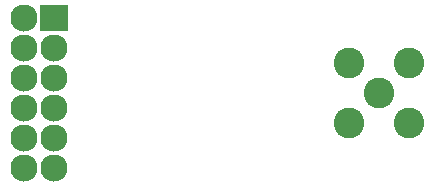
<source format=gbs>
G04 #@! TF.FileFunction,Soldermask,Bot*
%FSLAX46Y46*%
G04 Gerber Fmt 4.6, Leading zero omitted, Abs format (unit mm)*
G04 Created by KiCad (PCBNEW 4.0.2+dfsg1-stable) date jeu. 05 avril 2018 11:17:12 CEST*
%MOMM*%
G01*
G04 APERTURE LIST*
%ADD10C,0.100000*%
%ADD11R,2.400000X2.300000*%
%ADD12C,2.300000*%
%ADD13C,2.599640*%
G04 APERTURE END LIST*
D10*
D11*
X136030000Y-98650000D03*
D12*
X136030000Y-101190000D03*
X136030000Y-103730000D03*
X136030000Y-106270000D03*
X136030000Y-108810000D03*
X136030000Y-111350000D03*
X133490000Y-98650000D03*
X133490000Y-101190000D03*
X133490000Y-103730000D03*
X133490000Y-106270000D03*
X133490000Y-108810000D03*
X133490000Y-111350000D03*
D13*
X161036000Y-102460000D03*
X166116000Y-102460000D03*
X161036000Y-107540000D03*
X166116000Y-107540000D03*
X163576000Y-105000000D03*
M02*

</source>
